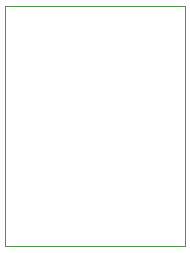
<source format=gm1>
%TF.GenerationSoftware,KiCad,Pcbnew,6.0.0-rc1-unknown-2c0fe8f~66~ubuntu18.04.1*%
%TF.CreationDate,2018-10-10T11:30:18+02:00*%
%TF.ProjectId,stspin220,73747370696E3232302E6B696361645F,rev?*%
%TF.SameCoordinates,Original*%
%TF.FileFunction,Profile,NP*%
%FSLAX46Y46*%
G04 Gerber Fmt 4.6, Leading zero omitted, Abs format (unit mm)*
G04 Created by KiCad (PCBNEW 6.0.0-rc1-unknown-2c0fe8f~66~ubuntu18.04.1) date Wed Oct 10 11:30:18 2018*
%MOMM*%
%LPD*%
G01*
G04 APERTURE LIST*
%ADD10C,0.120000*%
G04 APERTURE END LIST*
D10*
X135890000Y-115570000D02*
X135890000Y-95250000D01*
X151130000Y-115570000D02*
X135890000Y-115570000D01*
X151130000Y-95250000D02*
X151130000Y-115570000D01*
X135890000Y-95250000D02*
X151130000Y-95250000D01*
M02*

</source>
